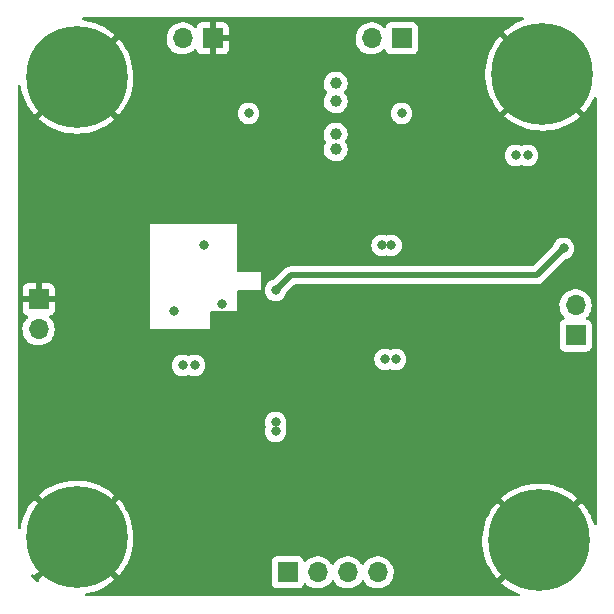
<source format=gbr>
%TF.GenerationSoftware,KiCad,Pcbnew,(6.0.1)*%
%TF.CreationDate,2022-05-08T06:10:33+05:45*%
%TF.ProjectId,STM32F4_Breakout,53544d33-3246-4345-9f42-7265616b6f75,rev?*%
%TF.SameCoordinates,Original*%
%TF.FileFunction,Copper,L4,Bot*%
%TF.FilePolarity,Positive*%
%FSLAX46Y46*%
G04 Gerber Fmt 4.6, Leading zero omitted, Abs format (unit mm)*
G04 Created by KiCad (PCBNEW (6.0.1)) date 2022-05-08 06:10:33*
%MOMM*%
%LPD*%
G01*
G04 APERTURE LIST*
%TA.AperFunction,ComponentPad*%
%ADD10C,0.900000*%
%TD*%
%TA.AperFunction,ComponentPad*%
%ADD11C,8.600000*%
%TD*%
%TA.AperFunction,ComponentPad*%
%ADD12R,1.700000X1.700000*%
%TD*%
%TA.AperFunction,ComponentPad*%
%ADD13O,1.700000X1.700000*%
%TD*%
%TA.AperFunction,ViaPad*%
%ADD14C,1.000000*%
%TD*%
%TA.AperFunction,ViaPad*%
%ADD15C,0.800000*%
%TD*%
%TA.AperFunction,Conductor*%
%ADD16C,0.500000*%
%TD*%
G04 APERTURE END LIST*
D10*
%TO.P,H3,1,1*%
%TO.N,GND*%
X76733000Y-25296000D03*
X77677581Y-23015581D03*
X79958000Y-28521000D03*
X79958000Y-22071000D03*
X82238419Y-23015581D03*
X83183000Y-25296000D03*
X82238419Y-27576419D03*
X77677581Y-27576419D03*
D11*
X79928000Y-25246000D03*
%TD*%
%TO.P,H1,1,1*%
%TO.N,GND*%
X40500000Y-64500000D03*
D10*
X38053581Y-62385581D03*
X38053581Y-66946419D03*
X40334000Y-67891000D03*
X42614419Y-62385581D03*
X43559000Y-64666000D03*
X42614419Y-66946419D03*
X37109000Y-64666000D03*
X40334000Y-61441000D03*
%TD*%
D12*
%TO.P,J2,1,Pin_1*%
%TO.N,GND*%
X37286000Y-44341000D03*
D13*
%TO.P,J2,2,Pin_2*%
%TO.N,+3V3*%
X37286000Y-46881000D03*
%TD*%
D10*
%TO.P,H4,1,1*%
%TO.N,GND*%
X77423581Y-66946419D03*
X81984419Y-62385581D03*
X81984419Y-66946419D03*
D11*
X79674000Y-64754000D03*
D10*
X79704000Y-61441000D03*
X77423581Y-62385581D03*
X79704000Y-67891000D03*
X82929000Y-64666000D03*
X76479000Y-64666000D03*
%TD*%
%TO.P,H2,1,1*%
%TO.N,GND*%
X40334000Y-22325000D03*
X43559000Y-25550000D03*
D11*
X40500000Y-25500000D03*
D10*
X38053581Y-23269581D03*
X40334000Y-28775000D03*
X38053581Y-27830419D03*
X37109000Y-25550000D03*
X42614419Y-27830419D03*
X42614419Y-23269581D03*
%TD*%
D12*
%TO.P,J3,1,Pin_1*%
%TO.N,SPI1_CS*%
X58378000Y-67460000D03*
D13*
%TO.P,J3,2,Pin_2*%
%TO.N,SPI1_SCK*%
X60918000Y-67460000D03*
%TO.P,J3,3,Pin_3*%
%TO.N,SPI1_MISO*%
X63458000Y-67460000D03*
%TO.P,J3,4,Pin_4*%
%TO.N,SPI1_MOSI*%
X65998000Y-67460000D03*
%TD*%
D12*
%TO.P,J5,1,Pin_1*%
%TO.N,USART1_TX*%
X82752000Y-47399000D03*
D13*
%TO.P,J5,2,Pin_2*%
%TO.N,USART1_RX*%
X82752000Y-44859000D03*
%TD*%
D12*
%TO.P,J6,1,Pin_1*%
%TO.N,GND*%
X52023000Y-22248000D03*
D13*
%TO.P,J6,2,Pin_2*%
%TO.N,VCC*%
X49483000Y-22248000D03*
%TD*%
D12*
%TO.P,J1,1,Pin_1*%
%TO.N,I2C1_SCL*%
X68025000Y-22248000D03*
D13*
%TO.P,J1,2,Pin_2*%
%TO.N,I2C1_SDA*%
X65485000Y-22248000D03*
%TD*%
D14*
%TO.N,GND*%
X74878000Y-34440000D03*
D15*
X52780000Y-44727000D03*
D14*
X60908000Y-23010000D03*
X74878000Y-31900000D03*
X59638000Y-23010000D03*
D15*
X51256000Y-39774000D03*
D14*
X74878000Y-35710000D03*
X58368000Y-23010000D03*
X54558000Y-23010000D03*
X55828000Y-23010000D03*
X74878000Y-33170000D03*
D15*
X69544000Y-51458000D03*
X71068000Y-40536000D03*
D14*
X57098000Y-23010000D03*
D15*
X48716000Y-45362000D03*
X56082000Y-51712000D03*
X63448000Y-54760000D03*
X62178000Y-54506000D03*
X67766000Y-51458000D03*
%TO.N,+3V3*%
X49478000Y-49934000D03*
X55066000Y-28598000D03*
X67131000Y-39774000D03*
D14*
X62432000Y-30376000D03*
D15*
X68020000Y-28598000D03*
X78688000Y-32154000D03*
X66369000Y-39774000D03*
X57352000Y-54760000D03*
X57352000Y-55522000D03*
X77672000Y-32154000D03*
D14*
X62432000Y-31646000D03*
D15*
X66623000Y-49426000D03*
X67512000Y-49426000D03*
X50494000Y-49934000D03*
D14*
X62432000Y-26058000D03*
X62432000Y-27582000D03*
D15*
%TO.N,NRST*%
X81736000Y-40028000D03*
X57352000Y-43584000D03*
%TD*%
D16*
%TO.N,NRST*%
X79450000Y-42314000D02*
X58622000Y-42314000D01*
X57352000Y-43584000D02*
X58622000Y-42314000D01*
X81736000Y-40028000D02*
X79450000Y-42314000D01*
%TD*%
%TA.AperFunction,Conductor*%
%TO.N,GND*%
G36*
X78346048Y-20490002D02*
G01*
X78392541Y-20543658D01*
X78402645Y-20613932D01*
X78373151Y-20678512D01*
X78320297Y-20714662D01*
X78112153Y-20788983D01*
X78106965Y-20791100D01*
X77723133Y-20968050D01*
X77718164Y-20970614D01*
X77351581Y-21180984D01*
X77346848Y-21183987D01*
X77000420Y-21426109D01*
X76995979Y-21429517D01*
X76724476Y-21657739D01*
X76716031Y-21670456D01*
X76722139Y-21680929D01*
X83490142Y-28448932D01*
X83503903Y-28456446D01*
X83513263Y-28449989D01*
X83682244Y-28257303D01*
X83685744Y-28252935D01*
X83935073Y-27911645D01*
X83938168Y-27906987D01*
X84156160Y-27544903D01*
X84158841Y-27539964D01*
X84290704Y-27269007D01*
X84338498Y-27216507D01*
X84407089Y-27198181D01*
X84474699Y-27219847D01*
X84519862Y-27274626D01*
X84530000Y-27324143D01*
X84530000Y-63345403D01*
X84509998Y-63413524D01*
X84456342Y-63460017D01*
X84386068Y-63470121D01*
X84321488Y-63440627D01*
X84284065Y-63384025D01*
X84185847Y-63079025D01*
X84183910Y-63073815D01*
X84019098Y-62684599D01*
X84016683Y-62679536D01*
X83817936Y-62306535D01*
X83815085Y-62301713D01*
X83583974Y-61947865D01*
X83580692Y-61943297D01*
X83319030Y-61611380D01*
X83315382Y-61607155D01*
X83262103Y-61550715D01*
X83248389Y-61542705D01*
X83247517Y-61542742D01*
X83239438Y-61547772D01*
X76470736Y-68316474D01*
X76463122Y-68330418D01*
X76463171Y-68331110D01*
X76468617Y-68339274D01*
X76546268Y-68411812D01*
X76550507Y-68415433D01*
X76883802Y-68675363D01*
X76888359Y-68678602D01*
X77243448Y-68907880D01*
X77248250Y-68910686D01*
X77622316Y-69107491D01*
X77627374Y-69109871D01*
X77962509Y-69249718D01*
X78017673Y-69294411D01*
X78039917Y-69361833D01*
X78022179Y-69430578D01*
X77970091Y-69478820D01*
X77913986Y-69492000D01*
X41330361Y-69492000D01*
X41262240Y-69471998D01*
X41215747Y-69418342D01*
X41205643Y-69348068D01*
X41235137Y-69283488D01*
X41294863Y-69245104D01*
X41312934Y-69241211D01*
X41374305Y-69232640D01*
X41379792Y-69231623D01*
X41791543Y-69136185D01*
X41796929Y-69134681D01*
X42198567Y-69003018D01*
X42203784Y-69001046D01*
X42592126Y-68834202D01*
X42597169Y-68831764D01*
X42969131Y-68631063D01*
X42973935Y-68628188D01*
X43326563Y-68395231D01*
X43331126Y-68391916D01*
X43373520Y-68358134D01*
X57019500Y-68358134D01*
X57026255Y-68420316D01*
X57077385Y-68556705D01*
X57164739Y-68673261D01*
X57281295Y-68760615D01*
X57417684Y-68811745D01*
X57479866Y-68818500D01*
X59276134Y-68818500D01*
X59338316Y-68811745D01*
X59474705Y-68760615D01*
X59591261Y-68673261D01*
X59678615Y-68556705D01*
X59683346Y-68544086D01*
X59722598Y-68439382D01*
X59765240Y-68382618D01*
X59831802Y-68357918D01*
X59901150Y-68373126D01*
X59935817Y-68401114D01*
X59964250Y-68433938D01*
X60136126Y-68576632D01*
X60329000Y-68689338D01*
X60537692Y-68769030D01*
X60542760Y-68770061D01*
X60542763Y-68770062D01*
X60650017Y-68791883D01*
X60756597Y-68813567D01*
X60761772Y-68813757D01*
X60761774Y-68813757D01*
X60974673Y-68821564D01*
X60974677Y-68821564D01*
X60979837Y-68821753D01*
X60984957Y-68821097D01*
X60984959Y-68821097D01*
X61196288Y-68794025D01*
X61196289Y-68794025D01*
X61201416Y-68793368D01*
X61206366Y-68791883D01*
X61410429Y-68730661D01*
X61410434Y-68730659D01*
X61415384Y-68729174D01*
X61615994Y-68630896D01*
X61797860Y-68501173D01*
X61956096Y-68343489D01*
X61965489Y-68330418D01*
X62086453Y-68162077D01*
X62087776Y-68163028D01*
X62134645Y-68119857D01*
X62204580Y-68107625D01*
X62270026Y-68135144D01*
X62297875Y-68166994D01*
X62357987Y-68265088D01*
X62504250Y-68433938D01*
X62676126Y-68576632D01*
X62869000Y-68689338D01*
X63077692Y-68769030D01*
X63082760Y-68770061D01*
X63082763Y-68770062D01*
X63190017Y-68791883D01*
X63296597Y-68813567D01*
X63301772Y-68813757D01*
X63301774Y-68813757D01*
X63514673Y-68821564D01*
X63514677Y-68821564D01*
X63519837Y-68821753D01*
X63524957Y-68821097D01*
X63524959Y-68821097D01*
X63736288Y-68794025D01*
X63736289Y-68794025D01*
X63741416Y-68793368D01*
X63746366Y-68791883D01*
X63950429Y-68730661D01*
X63950434Y-68730659D01*
X63955384Y-68729174D01*
X64155994Y-68630896D01*
X64337860Y-68501173D01*
X64496096Y-68343489D01*
X64505489Y-68330418D01*
X64626453Y-68162077D01*
X64627776Y-68163028D01*
X64674645Y-68119857D01*
X64744580Y-68107625D01*
X64810026Y-68135144D01*
X64837875Y-68166994D01*
X64897987Y-68265088D01*
X65044250Y-68433938D01*
X65216126Y-68576632D01*
X65409000Y-68689338D01*
X65617692Y-68769030D01*
X65622760Y-68770061D01*
X65622763Y-68770062D01*
X65730017Y-68791883D01*
X65836597Y-68813567D01*
X65841772Y-68813757D01*
X65841774Y-68813757D01*
X66054673Y-68821564D01*
X66054677Y-68821564D01*
X66059837Y-68821753D01*
X66064957Y-68821097D01*
X66064959Y-68821097D01*
X66276288Y-68794025D01*
X66276289Y-68794025D01*
X66281416Y-68793368D01*
X66286366Y-68791883D01*
X66490429Y-68730661D01*
X66490434Y-68730659D01*
X66495384Y-68729174D01*
X66695994Y-68630896D01*
X66877860Y-68501173D01*
X67036096Y-68343489D01*
X67045489Y-68330418D01*
X67163435Y-68166277D01*
X67166453Y-68162077D01*
X67176309Y-68142136D01*
X67263136Y-67966453D01*
X67263137Y-67966451D01*
X67265430Y-67961811D01*
X67301005Y-67844719D01*
X67328865Y-67753023D01*
X67328865Y-67753021D01*
X67330370Y-67748069D01*
X67359529Y-67526590D01*
X67360367Y-67492303D01*
X67361074Y-67463365D01*
X67361074Y-67463361D01*
X67361156Y-67460000D01*
X67342852Y-67237361D01*
X67288431Y-67020702D01*
X67199354Y-66815840D01*
X67133517Y-66714072D01*
X67080822Y-66632617D01*
X67080820Y-66632614D01*
X67078014Y-66628277D01*
X66927670Y-66463051D01*
X66923619Y-66459852D01*
X66923615Y-66459848D01*
X66756414Y-66327800D01*
X66756410Y-66327798D01*
X66752359Y-66324598D01*
X66556789Y-66216638D01*
X66551920Y-66214914D01*
X66551916Y-66214912D01*
X66351087Y-66143795D01*
X66351083Y-66143794D01*
X66346212Y-66142069D01*
X66341119Y-66141162D01*
X66341116Y-66141161D01*
X66131373Y-66103800D01*
X66131367Y-66103799D01*
X66126284Y-66102894D01*
X66052452Y-66101992D01*
X65908081Y-66100228D01*
X65908079Y-66100228D01*
X65902911Y-66100165D01*
X65682091Y-66133955D01*
X65469756Y-66203357D01*
X65271607Y-66306507D01*
X65267474Y-66309610D01*
X65267471Y-66309612D01*
X65128511Y-66413946D01*
X65092965Y-66440635D01*
X65089393Y-66444373D01*
X64952895Y-66587210D01*
X64938629Y-66602138D01*
X64831201Y-66759621D01*
X64776293Y-66804621D01*
X64705768Y-66812792D01*
X64642021Y-66781538D01*
X64621324Y-66757054D01*
X64540822Y-66632617D01*
X64540820Y-66632614D01*
X64538014Y-66628277D01*
X64387670Y-66463051D01*
X64383619Y-66459852D01*
X64383615Y-66459848D01*
X64216414Y-66327800D01*
X64216410Y-66327798D01*
X64212359Y-66324598D01*
X64016789Y-66216638D01*
X64011920Y-66214914D01*
X64011916Y-66214912D01*
X63811087Y-66143795D01*
X63811083Y-66143794D01*
X63806212Y-66142069D01*
X63801119Y-66141162D01*
X63801116Y-66141161D01*
X63591373Y-66103800D01*
X63591367Y-66103799D01*
X63586284Y-66102894D01*
X63512452Y-66101992D01*
X63368081Y-66100228D01*
X63368079Y-66100228D01*
X63362911Y-66100165D01*
X63142091Y-66133955D01*
X62929756Y-66203357D01*
X62731607Y-66306507D01*
X62727474Y-66309610D01*
X62727471Y-66309612D01*
X62588511Y-66413946D01*
X62552965Y-66440635D01*
X62549393Y-66444373D01*
X62412895Y-66587210D01*
X62398629Y-66602138D01*
X62291201Y-66759621D01*
X62236293Y-66804621D01*
X62165768Y-66812792D01*
X62102021Y-66781538D01*
X62081324Y-66757054D01*
X62000822Y-66632617D01*
X62000820Y-66632614D01*
X61998014Y-66628277D01*
X61847670Y-66463051D01*
X61843619Y-66459852D01*
X61843615Y-66459848D01*
X61676414Y-66327800D01*
X61676410Y-66327798D01*
X61672359Y-66324598D01*
X61476789Y-66216638D01*
X61471920Y-66214914D01*
X61471916Y-66214912D01*
X61271087Y-66143795D01*
X61271083Y-66143794D01*
X61266212Y-66142069D01*
X61261119Y-66141162D01*
X61261116Y-66141161D01*
X61051373Y-66103800D01*
X61051367Y-66103799D01*
X61046284Y-66102894D01*
X60972452Y-66101992D01*
X60828081Y-66100228D01*
X60828079Y-66100228D01*
X60822911Y-66100165D01*
X60602091Y-66133955D01*
X60389756Y-66203357D01*
X60191607Y-66306507D01*
X60187474Y-66309610D01*
X60187471Y-66309612D01*
X60048511Y-66413946D01*
X60012965Y-66440635D01*
X59956537Y-66499684D01*
X59932283Y-66525064D01*
X59870759Y-66560494D01*
X59799846Y-66557037D01*
X59742060Y-66515791D01*
X59723207Y-66482243D01*
X59681767Y-66371703D01*
X59678615Y-66363295D01*
X59591261Y-66246739D01*
X59474705Y-66159385D01*
X59338316Y-66108255D01*
X59276134Y-66101500D01*
X57479866Y-66101500D01*
X57417684Y-66108255D01*
X57281295Y-66159385D01*
X57164739Y-66246739D01*
X57077385Y-66363295D01*
X57026255Y-66499684D01*
X57019500Y-66561866D01*
X57019500Y-68358134D01*
X43373520Y-68358134D01*
X43661658Y-68128529D01*
X43665873Y-68124852D01*
X43703823Y-68088649D01*
X43711763Y-68074890D01*
X43711713Y-68073843D01*
X43706822Y-68066032D01*
X43319319Y-67678529D01*
X43305375Y-67670915D01*
X43303540Y-67671046D01*
X43296930Y-67675294D01*
X43229601Y-67742622D01*
X43167288Y-67776647D01*
X43096473Y-67771581D01*
X43051410Y-67742621D01*
X42255209Y-66946419D01*
X41818216Y-66509427D01*
X41784191Y-66447115D01*
X41789256Y-66376299D01*
X41818216Y-66331237D01*
X41882313Y-66267139D01*
X41889924Y-66253201D01*
X41889792Y-66251365D01*
X41885543Y-66244753D01*
X40512812Y-64872022D01*
X40498868Y-64864408D01*
X40497035Y-64864539D01*
X40490420Y-64868790D01*
X38938879Y-66420331D01*
X38053581Y-67305628D01*
X37527494Y-67831716D01*
X37296736Y-68062474D01*
X37289122Y-68076418D01*
X37289171Y-68077110D01*
X37295576Y-68086713D01*
X37316734Y-68154483D01*
X37297894Y-68222934D01*
X37245037Y-68270334D01*
X37174945Y-68281632D01*
X37107336Y-68251061D01*
X37075494Y-68222934D01*
X36988042Y-68145685D01*
X36980320Y-68138256D01*
X36977350Y-68135144D01*
X36703827Y-67848596D01*
X36696761Y-67840532D01*
X36674992Y-67813448D01*
X36647906Y-67747822D01*
X36660600Y-67677969D01*
X36709045Y-67626069D01*
X36777858Y-67608598D01*
X36845193Y-67631104D01*
X36867058Y-67650447D01*
X36913222Y-67701988D01*
X36926717Y-67710351D01*
X36936128Y-67704662D01*
X37168283Y-67472507D01*
X38053581Y-66587210D01*
X38078924Y-66561867D01*
X38579668Y-66061122D01*
X40127978Y-64512812D01*
X40134356Y-64501132D01*
X40864408Y-64501132D01*
X40864539Y-64502965D01*
X40868790Y-64509580D01*
X44062142Y-67702932D01*
X44075903Y-67710446D01*
X44085263Y-67703989D01*
X44254244Y-67511303D01*
X44257744Y-67506935D01*
X44507073Y-67165645D01*
X44510168Y-67160987D01*
X44728160Y-66798903D01*
X44730841Y-66793964D01*
X44915779Y-66413946D01*
X44918014Y-66408780D01*
X45068442Y-66013815D01*
X45070201Y-66008496D01*
X45184920Y-65601730D01*
X45186204Y-65596259D01*
X45264315Y-65180883D01*
X45265102Y-65175346D01*
X45306035Y-64754102D01*
X45306308Y-64749665D01*
X45309420Y-64630825D01*
X74862855Y-64630825D01*
X74870600Y-65053410D01*
X74870950Y-65058976D01*
X74916231Y-65479208D01*
X74917078Y-65484746D01*
X74999535Y-65899286D01*
X75000864Y-65904698D01*
X75119852Y-66310289D01*
X75121658Y-66315564D01*
X75276219Y-66708948D01*
X75278501Y-66714072D01*
X75467416Y-67092150D01*
X75470140Y-67097043D01*
X75691917Y-67456833D01*
X75695068Y-67461469D01*
X75947955Y-67800127D01*
X75951488Y-67804444D01*
X76087222Y-67955988D01*
X76100717Y-67964351D01*
X76110128Y-67958662D01*
X76554471Y-67514319D01*
X76566493Y-67492303D01*
X76577834Y-67440172D01*
X76599326Y-67411463D01*
X77423581Y-66587209D01*
X77888481Y-66122308D01*
X77950793Y-66088283D01*
X77968586Y-66085725D01*
X77981635Y-66084792D01*
X77988249Y-66080541D01*
X79301978Y-64766812D01*
X79309592Y-64752868D01*
X79309461Y-64751035D01*
X79305210Y-64744420D01*
X76109561Y-61548771D01*
X76096253Y-61541504D01*
X76086214Y-61548626D01*
X75842223Y-61841994D01*
X75838828Y-61846467D01*
X75598528Y-62194152D01*
X75595549Y-62198902D01*
X75387106Y-62566575D01*
X75384562Y-62571568D01*
X75209629Y-62956312D01*
X75207538Y-62961511D01*
X75067498Y-63360290D01*
X75065877Y-63365659D01*
X74961840Y-63775303D01*
X74960706Y-63780776D01*
X74893496Y-64198054D01*
X74892851Y-64203632D01*
X74863002Y-64625204D01*
X74862855Y-64630825D01*
X45309420Y-64630825D01*
X45312788Y-64502233D01*
X45312746Y-64497762D01*
X45293917Y-64074973D01*
X45293419Y-64069386D01*
X45237155Y-63650499D01*
X45236162Y-63644976D01*
X45142883Y-63232748D01*
X45141410Y-63227361D01*
X45011847Y-62825025D01*
X45009910Y-62819815D01*
X44845098Y-62430599D01*
X44842683Y-62425536D01*
X44643936Y-62052535D01*
X44641085Y-62047713D01*
X44409974Y-61693865D01*
X44406692Y-61689297D01*
X44145030Y-61357380D01*
X44141382Y-61353155D01*
X44088103Y-61296715D01*
X44074389Y-61288705D01*
X44073517Y-61288742D01*
X44065438Y-61293772D01*
X43499717Y-61859493D01*
X42614419Y-62744790D01*
X42088332Y-63270878D01*
X40872022Y-64487188D01*
X40864408Y-64501132D01*
X40134356Y-64501132D01*
X40135592Y-64498868D01*
X40135461Y-64497035D01*
X40131210Y-64490420D01*
X38758481Y-63117691D01*
X38744537Y-63110077D01*
X38742702Y-63110208D01*
X38736092Y-63114456D01*
X38668763Y-63181784D01*
X38606450Y-63215809D01*
X38535635Y-63210743D01*
X38490572Y-63181783D01*
X37694371Y-62385581D01*
X37257378Y-61948589D01*
X37223353Y-61886277D01*
X37228418Y-61815461D01*
X37257378Y-61770399D01*
X37321475Y-61706301D01*
X37329086Y-61692363D01*
X37328954Y-61690527D01*
X37324705Y-61683915D01*
X36935561Y-61294771D01*
X36922253Y-61287504D01*
X36912214Y-61294626D01*
X36668223Y-61587994D01*
X36664828Y-61592467D01*
X36424528Y-61940152D01*
X36421549Y-61944902D01*
X36213106Y-62312575D01*
X36210562Y-62317568D01*
X36035629Y-62702312D01*
X36033538Y-62707511D01*
X35893498Y-63106290D01*
X35891877Y-63111659D01*
X35787840Y-63521303D01*
X35786706Y-63526776D01*
X35758397Y-63702537D01*
X35727817Y-63766611D01*
X35667451Y-63803980D01*
X35596464Y-63802780D01*
X35537395Y-63763393D01*
X35508997Y-63698323D01*
X35508000Y-63682501D01*
X35508000Y-60924456D01*
X37288031Y-60924456D01*
X37294139Y-60934929D01*
X40487188Y-64127978D01*
X40501132Y-64135592D01*
X40502965Y-64135461D01*
X40509580Y-64131210D01*
X41729121Y-62911669D01*
X42614419Y-62026372D01*
X42695284Y-61945507D01*
X43140506Y-61500284D01*
X43462334Y-61178456D01*
X76462031Y-61178456D01*
X76468139Y-61188929D01*
X76825681Y-61546471D01*
X76839625Y-61554085D01*
X76870744Y-61551860D01*
X76890952Y-61545927D01*
X76959072Y-61565932D01*
X76980043Y-61582832D01*
X77423581Y-62026371D01*
X78228621Y-62831410D01*
X78262646Y-62893722D01*
X78257581Y-62964538D01*
X78254967Y-62970262D01*
X78255208Y-62973634D01*
X78259460Y-62980250D01*
X79661188Y-64381978D01*
X79675132Y-64389592D01*
X79676965Y-64389461D01*
X79683580Y-64385210D01*
X81115309Y-62953481D01*
X81127331Y-62931465D01*
X81138672Y-62879334D01*
X81160164Y-62850625D01*
X81984419Y-62026371D01*
X82449319Y-61561470D01*
X82511631Y-61527445D01*
X82529424Y-61524887D01*
X82542473Y-61523954D01*
X82549087Y-61519703D01*
X82876754Y-61192036D01*
X82884316Y-61178187D01*
X82877987Y-61168962D01*
X82704928Y-61015582D01*
X82700561Y-61012046D01*
X82360600Y-60760948D01*
X82355947Y-60757821D01*
X81994995Y-60537926D01*
X81990094Y-60535232D01*
X81611027Y-60348297D01*
X81605904Y-60346048D01*
X81211707Y-60193545D01*
X81206417Y-60191765D01*
X80800218Y-60074904D01*
X80794794Y-60073602D01*
X80379822Y-59993316D01*
X80374293Y-59992500D01*
X79953828Y-59949420D01*
X79948247Y-59949098D01*
X79525635Y-59943566D01*
X79520024Y-59943742D01*
X79098593Y-59975800D01*
X79093036Y-59976472D01*
X78676128Y-60045864D01*
X78670631Y-60047032D01*
X78261547Y-60153209D01*
X78256181Y-60154861D01*
X77858153Y-60296983D01*
X77852965Y-60299100D01*
X77469133Y-60476050D01*
X77464164Y-60478614D01*
X77097581Y-60688984D01*
X77092848Y-60691987D01*
X76746420Y-60934109D01*
X76741979Y-60937517D01*
X76470476Y-61165739D01*
X76462031Y-61178456D01*
X43462334Y-61178456D01*
X43702754Y-60938036D01*
X43710316Y-60924187D01*
X43703987Y-60914962D01*
X43530928Y-60761582D01*
X43526561Y-60758046D01*
X43186600Y-60506948D01*
X43181947Y-60503821D01*
X42820995Y-60283926D01*
X42816094Y-60281232D01*
X42437027Y-60094297D01*
X42431904Y-60092048D01*
X42037707Y-59939545D01*
X42032417Y-59937765D01*
X41626218Y-59820904D01*
X41620794Y-59819602D01*
X41205822Y-59739316D01*
X41200293Y-59738500D01*
X40779828Y-59695420D01*
X40774247Y-59695098D01*
X40351635Y-59689566D01*
X40346024Y-59689742D01*
X39924593Y-59721800D01*
X39919036Y-59722472D01*
X39502128Y-59791864D01*
X39496631Y-59793032D01*
X39087547Y-59899209D01*
X39082181Y-59900861D01*
X38684153Y-60042983D01*
X38678965Y-60045100D01*
X38295133Y-60222050D01*
X38290164Y-60224614D01*
X37923581Y-60434984D01*
X37918848Y-60437987D01*
X37572420Y-60680109D01*
X37567979Y-60683517D01*
X37296476Y-60911739D01*
X37288031Y-60924456D01*
X35508000Y-60924456D01*
X35508000Y-55522000D01*
X56438496Y-55522000D01*
X56458458Y-55711928D01*
X56517473Y-55893556D01*
X56612960Y-56058944D01*
X56740747Y-56200866D01*
X56895248Y-56313118D01*
X56901276Y-56315802D01*
X56901278Y-56315803D01*
X57063681Y-56388109D01*
X57069712Y-56390794D01*
X57163112Y-56410647D01*
X57250056Y-56429128D01*
X57250061Y-56429128D01*
X57256513Y-56430500D01*
X57447487Y-56430500D01*
X57453939Y-56429128D01*
X57453944Y-56429128D01*
X57540888Y-56410647D01*
X57634288Y-56390794D01*
X57640319Y-56388109D01*
X57802722Y-56315803D01*
X57802724Y-56315802D01*
X57808752Y-56313118D01*
X57963253Y-56200866D01*
X58091040Y-56058944D01*
X58186527Y-55893556D01*
X58245542Y-55711928D01*
X58265504Y-55522000D01*
X58245542Y-55332072D01*
X58196110Y-55179936D01*
X58194082Y-55108969D01*
X58196110Y-55102064D01*
X58243502Y-54956206D01*
X58245542Y-54949928D01*
X58265504Y-54760000D01*
X58245542Y-54570072D01*
X58186527Y-54388444D01*
X58091040Y-54223056D01*
X57963253Y-54081134D01*
X57808752Y-53968882D01*
X57802724Y-53966198D01*
X57802722Y-53966197D01*
X57640319Y-53893891D01*
X57640318Y-53893891D01*
X57634288Y-53891206D01*
X57540887Y-53871353D01*
X57453944Y-53852872D01*
X57453939Y-53852872D01*
X57447487Y-53851500D01*
X57256513Y-53851500D01*
X57250061Y-53852872D01*
X57250056Y-53852872D01*
X57163112Y-53871353D01*
X57069712Y-53891206D01*
X57063682Y-53893891D01*
X57063681Y-53893891D01*
X56901278Y-53966197D01*
X56901276Y-53966198D01*
X56895248Y-53968882D01*
X56740747Y-54081134D01*
X56612960Y-54223056D01*
X56517473Y-54388444D01*
X56458458Y-54570072D01*
X56438496Y-54760000D01*
X56458458Y-54949928D01*
X56460498Y-54956206D01*
X56507890Y-55102064D01*
X56509918Y-55173031D01*
X56507890Y-55179936D01*
X56458458Y-55332072D01*
X56438496Y-55522000D01*
X35508000Y-55522000D01*
X35508000Y-49934000D01*
X48564496Y-49934000D01*
X48565186Y-49940565D01*
X48582863Y-50108749D01*
X48584458Y-50123928D01*
X48643473Y-50305556D01*
X48738960Y-50470944D01*
X48866747Y-50612866D01*
X49021248Y-50725118D01*
X49027276Y-50727802D01*
X49027278Y-50727803D01*
X49189681Y-50800109D01*
X49195712Y-50802794D01*
X49289112Y-50822647D01*
X49376056Y-50841128D01*
X49376061Y-50841128D01*
X49382513Y-50842500D01*
X49573487Y-50842500D01*
X49579939Y-50841128D01*
X49579944Y-50841128D01*
X49666888Y-50822647D01*
X49760288Y-50802794D01*
X49934752Y-50725118D01*
X50005118Y-50715684D01*
X50037247Y-50725118D01*
X50037248Y-50725118D01*
X50211712Y-50802794D01*
X50305112Y-50822647D01*
X50392056Y-50841128D01*
X50392061Y-50841128D01*
X50398513Y-50842500D01*
X50589487Y-50842500D01*
X50595939Y-50841128D01*
X50595944Y-50841128D01*
X50682888Y-50822647D01*
X50776288Y-50802794D01*
X50782319Y-50800109D01*
X50944722Y-50727803D01*
X50944724Y-50727802D01*
X50950752Y-50725118D01*
X51105253Y-50612866D01*
X51233040Y-50470944D01*
X51328527Y-50305556D01*
X51387542Y-50123928D01*
X51389138Y-50108749D01*
X51406814Y-49940565D01*
X51407504Y-49934000D01*
X51387542Y-49744072D01*
X51328527Y-49562444D01*
X51249751Y-49426000D01*
X65709496Y-49426000D01*
X65729458Y-49615928D01*
X65788473Y-49797556D01*
X65883960Y-49962944D01*
X66011747Y-50104866D01*
X66166248Y-50217118D01*
X66172276Y-50219802D01*
X66172278Y-50219803D01*
X66229748Y-50245390D01*
X66340712Y-50294794D01*
X66434113Y-50314647D01*
X66521056Y-50333128D01*
X66521061Y-50333128D01*
X66527513Y-50334500D01*
X66718487Y-50334500D01*
X66724939Y-50333128D01*
X66724944Y-50333128D01*
X66811887Y-50314647D01*
X66905288Y-50294794D01*
X67016252Y-50245390D01*
X67086618Y-50235956D01*
X67118746Y-50245389D01*
X67229712Y-50294794D01*
X67323113Y-50314647D01*
X67410056Y-50333128D01*
X67410061Y-50333128D01*
X67416513Y-50334500D01*
X67607487Y-50334500D01*
X67613939Y-50333128D01*
X67613944Y-50333128D01*
X67700887Y-50314647D01*
X67794288Y-50294794D01*
X67905252Y-50245390D01*
X67962722Y-50219803D01*
X67962724Y-50219802D01*
X67968752Y-50217118D01*
X68123253Y-50104866D01*
X68251040Y-49962944D01*
X68346527Y-49797556D01*
X68405542Y-49615928D01*
X68425504Y-49426000D01*
X68408062Y-49260045D01*
X68406232Y-49242635D01*
X68406232Y-49242633D01*
X68405542Y-49236072D01*
X68346527Y-49054444D01*
X68251040Y-48889056D01*
X68123253Y-48747134D01*
X67968752Y-48634882D01*
X67962724Y-48632198D01*
X67962722Y-48632197D01*
X67800319Y-48559891D01*
X67800318Y-48559891D01*
X67794288Y-48557206D01*
X67700888Y-48537353D01*
X67613944Y-48518872D01*
X67613939Y-48518872D01*
X67607487Y-48517500D01*
X67416513Y-48517500D01*
X67410061Y-48518872D01*
X67410056Y-48518872D01*
X67323112Y-48537353D01*
X67229712Y-48557206D01*
X67118748Y-48606610D01*
X67048382Y-48616044D01*
X67016254Y-48606611D01*
X66905288Y-48557206D01*
X66811888Y-48537353D01*
X66724944Y-48518872D01*
X66724939Y-48518872D01*
X66718487Y-48517500D01*
X66527513Y-48517500D01*
X66521061Y-48518872D01*
X66521056Y-48518872D01*
X66434112Y-48537353D01*
X66340712Y-48557206D01*
X66334682Y-48559891D01*
X66334681Y-48559891D01*
X66172278Y-48632197D01*
X66172276Y-48632198D01*
X66166248Y-48634882D01*
X66011747Y-48747134D01*
X65883960Y-48889056D01*
X65788473Y-49054444D01*
X65729458Y-49236072D01*
X65728768Y-49242633D01*
X65728768Y-49242635D01*
X65726938Y-49260045D01*
X65709496Y-49426000D01*
X51249751Y-49426000D01*
X51233040Y-49397056D01*
X51105253Y-49255134D01*
X50950752Y-49142882D01*
X50944724Y-49140198D01*
X50944722Y-49140197D01*
X50782319Y-49067891D01*
X50782318Y-49067891D01*
X50776288Y-49065206D01*
X50682887Y-49045353D01*
X50595944Y-49026872D01*
X50595939Y-49026872D01*
X50589487Y-49025500D01*
X50398513Y-49025500D01*
X50392061Y-49026872D01*
X50392056Y-49026872D01*
X50305112Y-49045353D01*
X50211712Y-49065206D01*
X50037248Y-49142882D01*
X49966882Y-49152316D01*
X49934753Y-49142882D01*
X49934752Y-49142882D01*
X49760288Y-49065206D01*
X49666887Y-49045353D01*
X49579944Y-49026872D01*
X49579939Y-49026872D01*
X49573487Y-49025500D01*
X49382513Y-49025500D01*
X49376061Y-49026872D01*
X49376056Y-49026872D01*
X49289112Y-49045353D01*
X49195712Y-49065206D01*
X49189682Y-49067891D01*
X49189681Y-49067891D01*
X49027278Y-49140197D01*
X49027276Y-49140198D01*
X49021248Y-49142882D01*
X48866747Y-49255134D01*
X48738960Y-49397056D01*
X48643473Y-49562444D01*
X48584458Y-49744072D01*
X48564496Y-49934000D01*
X35508000Y-49934000D01*
X35508000Y-46847695D01*
X35923251Y-46847695D01*
X35923548Y-46852848D01*
X35923548Y-46852851D01*
X35929011Y-46947590D01*
X35936110Y-47070715D01*
X35937247Y-47075761D01*
X35937248Y-47075767D01*
X35957119Y-47163939D01*
X35985222Y-47288639D01*
X36069266Y-47495616D01*
X36185987Y-47686088D01*
X36332250Y-47854938D01*
X36504126Y-47997632D01*
X36697000Y-48110338D01*
X36905692Y-48190030D01*
X36910760Y-48191061D01*
X36910763Y-48191062D01*
X37018017Y-48212883D01*
X37124597Y-48234567D01*
X37129772Y-48234757D01*
X37129774Y-48234757D01*
X37342673Y-48242564D01*
X37342677Y-48242564D01*
X37347837Y-48242753D01*
X37352957Y-48242097D01*
X37352959Y-48242097D01*
X37564288Y-48215025D01*
X37564289Y-48215025D01*
X37569416Y-48214368D01*
X37574366Y-48212883D01*
X37778429Y-48151661D01*
X37778434Y-48151659D01*
X37783384Y-48150174D01*
X37983994Y-48051896D01*
X38165860Y-47922173D01*
X38324096Y-47764489D01*
X38383594Y-47681689D01*
X38451435Y-47587277D01*
X38454453Y-47583077D01*
X38553430Y-47382811D01*
X38618370Y-47169069D01*
X38647529Y-46947590D01*
X38649034Y-46886000D01*
X46684000Y-46886000D01*
X51764000Y-46886000D01*
X51764000Y-45488000D01*
X51784002Y-45419879D01*
X51837658Y-45373386D01*
X51890000Y-45362000D01*
X54050000Y-45362000D01*
X54050000Y-44825695D01*
X81389251Y-44825695D01*
X81389548Y-44830848D01*
X81389548Y-44830851D01*
X81395011Y-44925590D01*
X81402110Y-45048715D01*
X81403247Y-45053761D01*
X81403248Y-45053767D01*
X81423119Y-45141939D01*
X81451222Y-45266639D01*
X81535266Y-45473616D01*
X81585110Y-45554955D01*
X81639876Y-45644324D01*
X81651987Y-45664088D01*
X81798250Y-45832938D01*
X81802230Y-45836242D01*
X81806981Y-45840187D01*
X81846616Y-45899090D01*
X81848113Y-45970071D01*
X81810997Y-46030593D01*
X81770724Y-46055112D01*
X81655295Y-46098385D01*
X81538739Y-46185739D01*
X81451385Y-46302295D01*
X81400255Y-46438684D01*
X81393500Y-46500866D01*
X81393500Y-48297134D01*
X81400255Y-48359316D01*
X81451385Y-48495705D01*
X81538739Y-48612261D01*
X81655295Y-48699615D01*
X81791684Y-48750745D01*
X81853866Y-48757500D01*
X83650134Y-48757500D01*
X83712316Y-48750745D01*
X83848705Y-48699615D01*
X83965261Y-48612261D01*
X84052615Y-48495705D01*
X84103745Y-48359316D01*
X84110500Y-48297134D01*
X84110500Y-46500866D01*
X84103745Y-46438684D01*
X84052615Y-46302295D01*
X83965261Y-46185739D01*
X83848705Y-46098385D01*
X83836132Y-46093672D01*
X83730203Y-46053960D01*
X83673439Y-46011318D01*
X83648739Y-45944756D01*
X83663947Y-45875408D01*
X83685493Y-45846727D01*
X83786435Y-45746137D01*
X83790096Y-45742489D01*
X83849594Y-45659689D01*
X83917435Y-45565277D01*
X83920453Y-45561077D01*
X83985703Y-45429054D01*
X84017136Y-45365453D01*
X84017137Y-45365451D01*
X84019430Y-45360811D01*
X84084370Y-45147069D01*
X84113529Y-44925590D01*
X84115156Y-44859000D01*
X84096852Y-44636361D01*
X84042431Y-44419702D01*
X83953354Y-44214840D01*
X83867756Y-44082525D01*
X83834822Y-44031617D01*
X83834820Y-44031614D01*
X83832014Y-44027277D01*
X83681670Y-43862051D01*
X83677619Y-43858852D01*
X83677615Y-43858848D01*
X83510414Y-43726800D01*
X83510410Y-43726798D01*
X83506359Y-43723598D01*
X83310789Y-43615638D01*
X83305920Y-43613914D01*
X83305916Y-43613912D01*
X83105087Y-43542795D01*
X83105083Y-43542794D01*
X83100212Y-43541069D01*
X83095119Y-43540162D01*
X83095116Y-43540161D01*
X82885373Y-43502800D01*
X82885367Y-43502799D01*
X82880284Y-43501894D01*
X82806452Y-43500992D01*
X82662081Y-43499228D01*
X82662079Y-43499228D01*
X82656911Y-43499165D01*
X82436091Y-43532955D01*
X82223756Y-43602357D01*
X82025607Y-43705507D01*
X82021474Y-43708610D01*
X82021471Y-43708612D01*
X81851100Y-43836530D01*
X81846965Y-43839635D01*
X81692629Y-44001138D01*
X81566743Y-44185680D01*
X81551003Y-44219590D01*
X81480611Y-44371237D01*
X81472688Y-44388305D01*
X81412989Y-44603570D01*
X81389251Y-44825695D01*
X54050000Y-44825695D01*
X54050000Y-43710000D01*
X54070002Y-43641879D01*
X54123658Y-43595386D01*
X54176000Y-43584000D01*
X56082000Y-43584000D01*
X56438496Y-43584000D01*
X56458458Y-43773928D01*
X56517473Y-43955556D01*
X56612960Y-44120944D01*
X56740747Y-44262866D01*
X56895248Y-44375118D01*
X56901276Y-44377802D01*
X56901278Y-44377803D01*
X57006656Y-44424720D01*
X57069712Y-44452794D01*
X57163112Y-44472647D01*
X57250056Y-44491128D01*
X57250061Y-44491128D01*
X57256513Y-44492500D01*
X57447487Y-44492500D01*
X57453939Y-44491128D01*
X57453944Y-44491128D01*
X57540888Y-44472647D01*
X57634288Y-44452794D01*
X57697344Y-44424720D01*
X57802722Y-44377803D01*
X57802724Y-44377802D01*
X57808752Y-44375118D01*
X57963253Y-44262866D01*
X58091040Y-44120944D01*
X58186527Y-43955556D01*
X58241387Y-43786714D01*
X58272125Y-43736556D01*
X58899276Y-43109405D01*
X58961588Y-43075379D01*
X58988371Y-43072500D01*
X79382930Y-43072500D01*
X79401880Y-43073933D01*
X79416115Y-43076099D01*
X79416119Y-43076099D01*
X79423349Y-43077199D01*
X79430641Y-43076606D01*
X79430644Y-43076606D01*
X79476018Y-43072915D01*
X79486233Y-43072500D01*
X79494293Y-43072500D01*
X79507583Y-43070951D01*
X79522507Y-43069211D01*
X79526882Y-43068778D01*
X79592339Y-43063454D01*
X79592342Y-43063453D01*
X79599637Y-43062860D01*
X79606601Y-43060604D01*
X79612560Y-43059413D01*
X79618415Y-43058029D01*
X79625681Y-43057182D01*
X79694327Y-43032265D01*
X79698455Y-43030848D01*
X79760936Y-43010607D01*
X79760938Y-43010606D01*
X79767899Y-43008351D01*
X79774154Y-43004555D01*
X79779628Y-43002049D01*
X79785058Y-42999330D01*
X79791937Y-42996833D01*
X79798058Y-42992820D01*
X79852976Y-42956814D01*
X79856680Y-42954477D01*
X79919107Y-42916595D01*
X79927484Y-42909197D01*
X79927508Y-42909224D01*
X79930500Y-42906571D01*
X79933733Y-42903868D01*
X79939852Y-42899856D01*
X79993128Y-42843617D01*
X79995506Y-42841175D01*
X81892331Y-40944350D01*
X81955228Y-40910199D01*
X82011824Y-40898169D01*
X82011833Y-40898166D01*
X82018288Y-40896794D01*
X82024319Y-40894109D01*
X82186722Y-40821803D01*
X82186724Y-40821802D01*
X82192752Y-40819118D01*
X82347253Y-40706866D01*
X82370428Y-40681128D01*
X82470621Y-40569852D01*
X82470622Y-40569851D01*
X82475040Y-40564944D01*
X82570527Y-40399556D01*
X82629542Y-40217928D01*
X82649504Y-40028000D01*
X82629542Y-39838072D01*
X82570527Y-39656444D01*
X82475040Y-39491056D01*
X82395254Y-39402444D01*
X82351675Y-39354045D01*
X82351674Y-39354044D01*
X82347253Y-39349134D01*
X82192752Y-39236882D01*
X82186724Y-39234198D01*
X82186722Y-39234197D01*
X82024319Y-39161891D01*
X82024318Y-39161891D01*
X82018288Y-39159206D01*
X81924887Y-39139353D01*
X81837944Y-39120872D01*
X81837939Y-39120872D01*
X81831487Y-39119500D01*
X81640513Y-39119500D01*
X81634061Y-39120872D01*
X81634056Y-39120872D01*
X81547113Y-39139353D01*
X81453712Y-39159206D01*
X81447682Y-39161891D01*
X81447681Y-39161891D01*
X81285278Y-39234197D01*
X81285276Y-39234198D01*
X81279248Y-39236882D01*
X81124747Y-39349134D01*
X81120326Y-39354044D01*
X81120325Y-39354045D01*
X81076747Y-39402444D01*
X80996960Y-39491056D01*
X80901473Y-39656444D01*
X80861144Y-39780565D01*
X80846613Y-39825285D01*
X80815875Y-39875444D01*
X79172724Y-41518595D01*
X79110412Y-41552621D01*
X79083629Y-41555500D01*
X58689069Y-41555500D01*
X58670121Y-41554067D01*
X58662780Y-41552950D01*
X58655883Y-41551901D01*
X58655881Y-41551901D01*
X58648651Y-41550801D01*
X58641359Y-41551394D01*
X58641356Y-41551394D01*
X58595982Y-41555085D01*
X58585767Y-41555500D01*
X58577707Y-41555500D01*
X58564417Y-41557049D01*
X58549493Y-41558789D01*
X58545118Y-41559222D01*
X58479661Y-41564546D01*
X58479658Y-41564547D01*
X58472363Y-41565140D01*
X58465399Y-41567396D01*
X58459440Y-41568587D01*
X58453585Y-41569971D01*
X58446319Y-41570818D01*
X58377673Y-41595735D01*
X58373545Y-41597152D01*
X58311064Y-41617393D01*
X58311062Y-41617394D01*
X58304101Y-41619649D01*
X58297846Y-41623445D01*
X58292372Y-41625951D01*
X58286942Y-41628670D01*
X58280063Y-41631167D01*
X58219016Y-41671191D01*
X58215327Y-41673518D01*
X58195135Y-41685771D01*
X58157693Y-41708491D01*
X58157688Y-41708495D01*
X58152892Y-41711405D01*
X58144516Y-41718803D01*
X58144493Y-41718777D01*
X58141503Y-41721426D01*
X58138264Y-41724134D01*
X58132148Y-41728144D01*
X58127121Y-41733451D01*
X58127117Y-41733454D01*
X58078872Y-41784383D01*
X58076494Y-41786825D01*
X57195669Y-42667650D01*
X57132772Y-42701801D01*
X57076176Y-42713831D01*
X57076167Y-42713834D01*
X57069712Y-42715206D01*
X57063682Y-42717891D01*
X57063681Y-42717891D01*
X56901278Y-42790197D01*
X56901276Y-42790198D01*
X56895248Y-42792882D01*
X56740747Y-42905134D01*
X56736326Y-42910044D01*
X56736325Y-42910045D01*
X56654325Y-43001116D01*
X56612960Y-43047056D01*
X56517473Y-43212444D01*
X56458458Y-43394072D01*
X56457768Y-43400633D01*
X56457768Y-43400635D01*
X56447030Y-43502800D01*
X56438496Y-43584000D01*
X56082000Y-43584000D01*
X56082000Y-42060000D01*
X54176000Y-42060000D01*
X54107879Y-42039998D01*
X54061386Y-41986342D01*
X54050000Y-41934000D01*
X54050000Y-39774000D01*
X65455496Y-39774000D01*
X65475458Y-39963928D01*
X65534473Y-40145556D01*
X65629960Y-40310944D01*
X65634378Y-40315851D01*
X65634379Y-40315852D01*
X65753325Y-40447955D01*
X65757747Y-40452866D01*
X65912248Y-40565118D01*
X65918276Y-40567802D01*
X65918278Y-40567803D01*
X66080677Y-40640107D01*
X66086712Y-40642794D01*
X66180113Y-40662647D01*
X66267056Y-40681128D01*
X66267061Y-40681128D01*
X66273513Y-40682500D01*
X66464487Y-40682500D01*
X66470939Y-40681128D01*
X66470944Y-40681128D01*
X66609660Y-40651642D01*
X66651288Y-40642794D01*
X66657321Y-40640108D01*
X66657324Y-40640107D01*
X66698752Y-40621662D01*
X66769119Y-40612228D01*
X66801248Y-40621662D01*
X66842676Y-40640107D01*
X66842679Y-40640108D01*
X66848712Y-40642794D01*
X66890340Y-40651642D01*
X67029056Y-40681128D01*
X67029061Y-40681128D01*
X67035513Y-40682500D01*
X67226487Y-40682500D01*
X67232939Y-40681128D01*
X67232944Y-40681128D01*
X67319887Y-40662647D01*
X67413288Y-40642794D01*
X67419323Y-40640107D01*
X67581722Y-40567803D01*
X67581724Y-40567802D01*
X67587752Y-40565118D01*
X67742253Y-40452866D01*
X67746675Y-40447955D01*
X67865621Y-40315852D01*
X67865622Y-40315851D01*
X67870040Y-40310944D01*
X67965527Y-40145556D01*
X68024542Y-39963928D01*
X68044504Y-39774000D01*
X68024542Y-39584072D01*
X67965527Y-39402444D01*
X67870040Y-39237056D01*
X67742253Y-39095134D01*
X67587752Y-38982882D01*
X67581724Y-38980198D01*
X67581722Y-38980197D01*
X67419319Y-38907891D01*
X67419318Y-38907891D01*
X67413288Y-38905206D01*
X67319887Y-38885353D01*
X67232944Y-38866872D01*
X67232939Y-38866872D01*
X67226487Y-38865500D01*
X67035513Y-38865500D01*
X67029061Y-38866872D01*
X67029056Y-38866872D01*
X66890340Y-38896358D01*
X66848712Y-38905206D01*
X66842679Y-38907892D01*
X66842676Y-38907893D01*
X66801248Y-38926338D01*
X66730881Y-38935772D01*
X66698752Y-38926338D01*
X66657324Y-38907893D01*
X66657321Y-38907892D01*
X66651288Y-38905206D01*
X66609660Y-38896358D01*
X66470944Y-38866872D01*
X66470939Y-38866872D01*
X66464487Y-38865500D01*
X66273513Y-38865500D01*
X66267061Y-38866872D01*
X66267056Y-38866872D01*
X66180113Y-38885353D01*
X66086712Y-38905206D01*
X66080682Y-38907891D01*
X66080681Y-38907891D01*
X65918278Y-38980197D01*
X65918276Y-38980198D01*
X65912248Y-38982882D01*
X65757747Y-39095134D01*
X65629960Y-39237056D01*
X65534473Y-39402444D01*
X65475458Y-39584072D01*
X65455496Y-39774000D01*
X54050000Y-39774000D01*
X54050000Y-37996000D01*
X46684000Y-37996000D01*
X46684000Y-46886000D01*
X38649034Y-46886000D01*
X38649156Y-46881000D01*
X38630852Y-46658361D01*
X38576431Y-46441702D01*
X38487354Y-46236840D01*
X38401268Y-46103771D01*
X38368822Y-46053617D01*
X38368820Y-46053614D01*
X38366014Y-46049277D01*
X38362540Y-46045459D01*
X38362533Y-46045450D01*
X38218435Y-45887088D01*
X38187383Y-45823242D01*
X38195779Y-45752744D01*
X38240956Y-45697976D01*
X38267400Y-45684307D01*
X38374052Y-45644325D01*
X38389649Y-45635786D01*
X38491724Y-45559285D01*
X38504285Y-45546724D01*
X38580786Y-45444649D01*
X38589324Y-45429054D01*
X38634478Y-45308606D01*
X38638105Y-45293351D01*
X38643631Y-45242486D01*
X38644000Y-45235672D01*
X38644000Y-44613115D01*
X38639525Y-44597876D01*
X38638135Y-44596671D01*
X38630452Y-44595000D01*
X35946116Y-44595000D01*
X35930877Y-44599475D01*
X35929672Y-44600865D01*
X35928001Y-44608548D01*
X35928001Y-45235669D01*
X35928371Y-45242490D01*
X35933895Y-45293352D01*
X35937521Y-45308604D01*
X35982676Y-45429054D01*
X35991214Y-45444649D01*
X36067715Y-45546724D01*
X36080276Y-45559285D01*
X36182351Y-45635786D01*
X36197946Y-45644324D01*
X36306827Y-45685142D01*
X36363591Y-45727784D01*
X36388291Y-45794345D01*
X36373083Y-45863694D01*
X36353691Y-45890175D01*
X36277341Y-45970071D01*
X36226629Y-46023138D01*
X36223715Y-46027410D01*
X36223714Y-46027411D01*
X36208798Y-46049277D01*
X36100743Y-46207680D01*
X36006688Y-46410305D01*
X35946989Y-46625570D01*
X35923251Y-46847695D01*
X35508000Y-46847695D01*
X35508000Y-44068885D01*
X35928000Y-44068885D01*
X35932475Y-44084124D01*
X35933865Y-44085329D01*
X35941548Y-44087000D01*
X37013885Y-44087000D01*
X37029124Y-44082525D01*
X37030329Y-44081135D01*
X37032000Y-44073452D01*
X37032000Y-44068885D01*
X37540000Y-44068885D01*
X37544475Y-44084124D01*
X37545865Y-44085329D01*
X37553548Y-44087000D01*
X38625884Y-44087000D01*
X38641123Y-44082525D01*
X38642328Y-44081135D01*
X38643999Y-44073452D01*
X38643999Y-43446331D01*
X38643629Y-43439510D01*
X38638105Y-43388648D01*
X38634479Y-43373396D01*
X38589324Y-43252946D01*
X38580786Y-43237351D01*
X38504285Y-43135276D01*
X38491724Y-43122715D01*
X38389649Y-43046214D01*
X38374054Y-43037676D01*
X38253606Y-42992522D01*
X38238351Y-42988895D01*
X38187486Y-42983369D01*
X38180672Y-42983000D01*
X37558115Y-42983000D01*
X37542876Y-42987475D01*
X37541671Y-42988865D01*
X37540000Y-42996548D01*
X37540000Y-44068885D01*
X37032000Y-44068885D01*
X37032000Y-43001116D01*
X37027525Y-42985877D01*
X37026135Y-42984672D01*
X37018452Y-42983001D01*
X36391331Y-42983001D01*
X36384510Y-42983371D01*
X36333648Y-42988895D01*
X36318396Y-42992521D01*
X36197946Y-43037676D01*
X36182351Y-43046214D01*
X36080276Y-43122715D01*
X36067715Y-43135276D01*
X35991214Y-43237351D01*
X35982676Y-43252946D01*
X35937522Y-43373394D01*
X35933895Y-43388649D01*
X35928369Y-43439514D01*
X35928000Y-43446328D01*
X35928000Y-44068885D01*
X35508000Y-44068885D01*
X35508000Y-31631851D01*
X61418719Y-31631851D01*
X61419235Y-31637995D01*
X61430884Y-31776721D01*
X61435268Y-31828934D01*
X61489783Y-32019050D01*
X61580187Y-32194956D01*
X61703035Y-32349953D01*
X61853650Y-32478136D01*
X62026294Y-32574624D01*
X62214392Y-32635740D01*
X62410777Y-32659158D01*
X62416912Y-32658686D01*
X62416914Y-32658686D01*
X62601830Y-32644457D01*
X62601834Y-32644456D01*
X62607972Y-32643984D01*
X62798463Y-32590798D01*
X62803967Y-32588018D01*
X62803969Y-32588017D01*
X62969495Y-32504404D01*
X62969497Y-32504403D01*
X62974996Y-32501625D01*
X63130847Y-32379861D01*
X63260078Y-32230145D01*
X63303335Y-32154000D01*
X76758496Y-32154000D01*
X76778458Y-32343928D01*
X76837473Y-32525556D01*
X76932960Y-32690944D01*
X77060747Y-32832866D01*
X77215248Y-32945118D01*
X77221276Y-32947802D01*
X77221278Y-32947803D01*
X77383681Y-33020109D01*
X77389712Y-33022794D01*
X77483112Y-33042647D01*
X77570056Y-33061128D01*
X77570061Y-33061128D01*
X77576513Y-33062500D01*
X77767487Y-33062500D01*
X77773939Y-33061128D01*
X77773944Y-33061128D01*
X77860888Y-33042647D01*
X77954288Y-33022794D01*
X78128752Y-32945118D01*
X78199118Y-32935684D01*
X78231247Y-32945118D01*
X78231248Y-32945118D01*
X78405712Y-33022794D01*
X78499112Y-33042647D01*
X78586056Y-33061128D01*
X78586061Y-33061128D01*
X78592513Y-33062500D01*
X78783487Y-33062500D01*
X78789939Y-33061128D01*
X78789944Y-33061128D01*
X78876888Y-33042647D01*
X78970288Y-33022794D01*
X78976319Y-33020109D01*
X79138722Y-32947803D01*
X79138724Y-32947802D01*
X79144752Y-32945118D01*
X79299253Y-32832866D01*
X79427040Y-32690944D01*
X79522527Y-32525556D01*
X79581542Y-32343928D01*
X79601504Y-32154000D01*
X79587897Y-32024535D01*
X79582232Y-31970635D01*
X79582232Y-31970633D01*
X79581542Y-31964072D01*
X79522527Y-31782444D01*
X79427040Y-31617056D01*
X79299253Y-31475134D01*
X79144752Y-31362882D01*
X79138724Y-31360198D01*
X79138722Y-31360197D01*
X78976319Y-31287891D01*
X78976318Y-31287891D01*
X78970288Y-31285206D01*
X78850909Y-31259831D01*
X78789944Y-31246872D01*
X78789939Y-31246872D01*
X78783487Y-31245500D01*
X78592513Y-31245500D01*
X78586061Y-31246872D01*
X78586056Y-31246872D01*
X78525091Y-31259831D01*
X78405712Y-31285206D01*
X78231248Y-31362882D01*
X78160882Y-31372316D01*
X78128753Y-31362882D01*
X78128752Y-31362882D01*
X77954288Y-31285206D01*
X77834909Y-31259831D01*
X77773944Y-31246872D01*
X77773939Y-31246872D01*
X77767487Y-31245500D01*
X77576513Y-31245500D01*
X77570061Y-31246872D01*
X77570056Y-31246872D01*
X77509091Y-31259831D01*
X77389712Y-31285206D01*
X77383682Y-31287891D01*
X77383681Y-31287891D01*
X77221278Y-31360197D01*
X77221276Y-31360198D01*
X77215248Y-31362882D01*
X77060747Y-31475134D01*
X76932960Y-31617056D01*
X76837473Y-31782444D01*
X76778458Y-31964072D01*
X76777768Y-31970633D01*
X76777768Y-31970635D01*
X76772103Y-32024535D01*
X76758496Y-32154000D01*
X63303335Y-32154000D01*
X63357769Y-32058179D01*
X63420197Y-31870513D01*
X63444985Y-31674295D01*
X63445380Y-31646000D01*
X63426080Y-31449167D01*
X63368916Y-31259831D01*
X63276066Y-31085204D01*
X63272167Y-31080424D01*
X63271715Y-31079743D01*
X63250676Y-31011935D01*
X63267105Y-30947775D01*
X63354723Y-30793542D01*
X63354725Y-30793537D01*
X63357769Y-30788179D01*
X63420197Y-30600513D01*
X63444985Y-30404295D01*
X63445380Y-30376000D01*
X63426080Y-30179167D01*
X63417110Y-30149455D01*
X63370697Y-29995731D01*
X63368916Y-29989831D01*
X63276066Y-29815204D01*
X63205709Y-29728938D01*
X63154960Y-29666713D01*
X63154957Y-29666710D01*
X63151065Y-29661938D01*
X63144724Y-29656692D01*
X63003425Y-29539799D01*
X63003421Y-29539797D01*
X62998675Y-29535870D01*
X62824701Y-29441802D01*
X62635768Y-29383318D01*
X62629643Y-29382674D01*
X62629642Y-29382674D01*
X62445204Y-29363289D01*
X62445202Y-29363289D01*
X62439075Y-29362645D01*
X62356576Y-29370153D01*
X62248251Y-29380011D01*
X62248248Y-29380012D01*
X62242112Y-29380570D01*
X62236206Y-29382308D01*
X62236202Y-29382309D01*
X62192297Y-29395231D01*
X62052381Y-29436410D01*
X62046923Y-29439263D01*
X62046919Y-29439265D01*
X61956147Y-29486720D01*
X61877110Y-29528040D01*
X61722975Y-29651968D01*
X61595846Y-29803474D01*
X61592879Y-29808872D01*
X61592875Y-29808877D01*
X61546075Y-29894008D01*
X61500567Y-29976787D01*
X61498706Y-29982654D01*
X61498705Y-29982656D01*
X61480004Y-30041610D01*
X61440765Y-30165306D01*
X61418719Y-30361851D01*
X61435268Y-30558934D01*
X61489783Y-30749050D01*
X61580187Y-30924956D01*
X61584016Y-30929787D01*
X61585839Y-30932088D01*
X61586414Y-30933509D01*
X61587353Y-30934966D01*
X61587076Y-30935144D01*
X61612474Y-30997898D01*
X61599301Y-31067662D01*
X61595846Y-31073474D01*
X61500567Y-31246787D01*
X61498706Y-31252654D01*
X61498705Y-31252656D01*
X61488815Y-31283834D01*
X61440765Y-31435306D01*
X61418719Y-31631851D01*
X35508000Y-31631851D01*
X35508000Y-29076418D01*
X37289122Y-29076418D01*
X37289171Y-29077110D01*
X37294617Y-29085274D01*
X37372268Y-29157812D01*
X37376507Y-29161433D01*
X37709802Y-29421363D01*
X37714359Y-29424602D01*
X38069448Y-29653880D01*
X38074250Y-29656686D01*
X38448316Y-29853491D01*
X38453374Y-29855871D01*
X38843435Y-30018638D01*
X38848690Y-30020561D01*
X39251676Y-30148008D01*
X39257075Y-30149455D01*
X39669796Y-30240575D01*
X39675307Y-30241537D01*
X40094501Y-30295610D01*
X40100064Y-30296077D01*
X40522405Y-30312670D01*
X40527997Y-30312641D01*
X40950125Y-30291626D01*
X40955708Y-30291098D01*
X41374305Y-30232640D01*
X41379792Y-30231623D01*
X41791543Y-30136185D01*
X41796929Y-30134681D01*
X42198567Y-30003018D01*
X42203784Y-30001046D01*
X42592126Y-29834202D01*
X42597169Y-29831764D01*
X42969131Y-29631063D01*
X42973935Y-29628188D01*
X43326563Y-29395231D01*
X43331126Y-29391916D01*
X43661658Y-29128529D01*
X43665873Y-29124852D01*
X43703823Y-29088649D01*
X43711763Y-29074890D01*
X43711713Y-29073843D01*
X43706822Y-29066032D01*
X43261319Y-28620529D01*
X43247375Y-28612915D01*
X43245540Y-28613046D01*
X43238929Y-28617295D01*
X43229599Y-28626624D01*
X43167286Y-28660647D01*
X43096470Y-28655581D01*
X43051410Y-28626621D01*
X42255209Y-27830419D01*
X41818216Y-27393427D01*
X41784191Y-27331115D01*
X41789256Y-27260299D01*
X41818214Y-27215239D01*
X41824313Y-27209140D01*
X41831923Y-27195203D01*
X41831792Y-27193366D01*
X41827540Y-27186750D01*
X40512812Y-25872022D01*
X40498868Y-25864408D01*
X40497035Y-25864539D01*
X40490420Y-25868790D01*
X37296736Y-29062474D01*
X37289122Y-29076418D01*
X35508000Y-29076418D01*
X35508000Y-26328228D01*
X35528002Y-26260107D01*
X35581658Y-26213614D01*
X35651932Y-26203510D01*
X35716512Y-26233004D01*
X35754896Y-26292730D01*
X35757579Y-26303647D01*
X35825535Y-26645286D01*
X35826864Y-26650698D01*
X35945852Y-27056289D01*
X35947658Y-27061564D01*
X36102219Y-27454948D01*
X36104501Y-27460072D01*
X36293416Y-27838150D01*
X36296140Y-27843043D01*
X36517917Y-28202833D01*
X36521068Y-28207469D01*
X36773955Y-28546127D01*
X36777488Y-28550444D01*
X36913222Y-28701988D01*
X36926717Y-28710351D01*
X36936128Y-28704662D01*
X37213471Y-28427319D01*
X37221085Y-28413375D01*
X37218723Y-28380350D01*
X37213709Y-28363274D01*
X37233709Y-28295153D01*
X37250614Y-28274175D01*
X38053581Y-27471209D01*
X38499704Y-27025085D01*
X38562016Y-26991060D01*
X38632832Y-26996125D01*
X38637044Y-26998049D01*
X38640635Y-26997792D01*
X38647249Y-26993541D01*
X40139658Y-25501132D01*
X40864408Y-25501132D01*
X40864539Y-25502965D01*
X40868790Y-25509580D01*
X44062142Y-28702932D01*
X44075903Y-28710446D01*
X44085263Y-28703989D01*
X44178213Y-28598000D01*
X54152496Y-28598000D01*
X54172458Y-28787928D01*
X54231473Y-28969556D01*
X54326960Y-29134944D01*
X54331378Y-29139851D01*
X54331379Y-29139852D01*
X54450325Y-29271955D01*
X54454747Y-29276866D01*
X54553843Y-29348864D01*
X54603773Y-29385140D01*
X54609248Y-29389118D01*
X54615276Y-29391802D01*
X54615278Y-29391803D01*
X54777681Y-29464109D01*
X54783712Y-29466794D01*
X54877112Y-29486647D01*
X54964056Y-29505128D01*
X54964061Y-29505128D01*
X54970513Y-29506500D01*
X55161487Y-29506500D01*
X55167939Y-29505128D01*
X55167944Y-29505128D01*
X55254888Y-29486647D01*
X55348288Y-29466794D01*
X55354319Y-29464109D01*
X55516722Y-29391803D01*
X55516724Y-29391802D01*
X55522752Y-29389118D01*
X55528228Y-29385140D01*
X55578157Y-29348864D01*
X55677253Y-29276866D01*
X55681675Y-29271955D01*
X55800621Y-29139852D01*
X55800622Y-29139851D01*
X55805040Y-29134944D01*
X55900527Y-28969556D01*
X55959542Y-28787928D01*
X55979504Y-28598000D01*
X67106496Y-28598000D01*
X67126458Y-28787928D01*
X67185473Y-28969556D01*
X67280960Y-29134944D01*
X67285378Y-29139851D01*
X67285379Y-29139852D01*
X67404325Y-29271955D01*
X67408747Y-29276866D01*
X67507843Y-29348864D01*
X67557773Y-29385140D01*
X67563248Y-29389118D01*
X67569276Y-29391802D01*
X67569278Y-29391803D01*
X67731681Y-29464109D01*
X67737712Y-29466794D01*
X67831112Y-29486647D01*
X67918056Y-29505128D01*
X67918061Y-29505128D01*
X67924513Y-29506500D01*
X68115487Y-29506500D01*
X68121939Y-29505128D01*
X68121944Y-29505128D01*
X68208888Y-29486647D01*
X68302288Y-29466794D01*
X68308319Y-29464109D01*
X68470722Y-29391803D01*
X68470724Y-29391802D01*
X68476752Y-29389118D01*
X68482228Y-29385140D01*
X68532157Y-29348864D01*
X68631253Y-29276866D01*
X68635675Y-29271955D01*
X68754621Y-29139852D01*
X68754622Y-29139851D01*
X68759040Y-29134944D01*
X68854527Y-28969556D01*
X68902335Y-28822418D01*
X76717122Y-28822418D01*
X76717171Y-28823110D01*
X76722617Y-28831274D01*
X76800268Y-28903812D01*
X76804507Y-28907433D01*
X77137800Y-29167362D01*
X77142359Y-29170602D01*
X77497448Y-29399880D01*
X77502250Y-29402686D01*
X77876316Y-29599491D01*
X77881374Y-29601871D01*
X78271435Y-29764638D01*
X78276690Y-29766561D01*
X78679676Y-29894008D01*
X78685075Y-29895455D01*
X79097796Y-29986575D01*
X79103307Y-29987537D01*
X79522501Y-30041610D01*
X79528064Y-30042077D01*
X79950405Y-30058670D01*
X79955997Y-30058641D01*
X80378125Y-30037626D01*
X80383708Y-30037098D01*
X80802305Y-29978640D01*
X80807792Y-29977623D01*
X81219543Y-29882185D01*
X81224929Y-29880681D01*
X81626567Y-29749018D01*
X81631784Y-29747046D01*
X82020126Y-29580202D01*
X82025169Y-29577764D01*
X82397131Y-29377063D01*
X82401935Y-29374188D01*
X82754563Y-29141231D01*
X82759126Y-29137916D01*
X83089658Y-28874529D01*
X83093873Y-28870852D01*
X83131823Y-28834649D01*
X83139763Y-28820890D01*
X83139713Y-28819843D01*
X83134822Y-28812032D01*
X82787318Y-28464528D01*
X82759158Y-28449151D01*
X82730448Y-28427659D01*
X81879209Y-27576419D01*
X81392379Y-27089590D01*
X81377735Y-27062772D01*
X81375178Y-27064416D01*
X81353543Y-27030753D01*
X79940812Y-25618022D01*
X79926868Y-25610408D01*
X79925035Y-25610539D01*
X79918420Y-25614790D01*
X78535691Y-26997519D01*
X78528077Y-27011463D01*
X78528889Y-27022821D01*
X78513798Y-27092195D01*
X78492305Y-27120906D01*
X77677581Y-27935629D01*
X77225376Y-28387835D01*
X77163064Y-28421860D01*
X77145271Y-28424418D01*
X77108527Y-28427046D01*
X77101913Y-28431297D01*
X76724736Y-28808474D01*
X76717122Y-28822418D01*
X68902335Y-28822418D01*
X68913542Y-28787928D01*
X68933504Y-28598000D01*
X68926195Y-28528457D01*
X68914232Y-28414635D01*
X68914232Y-28414633D01*
X68913542Y-28408072D01*
X68854527Y-28226444D01*
X68759040Y-28061056D01*
X68631253Y-27919134D01*
X68476752Y-27806882D01*
X68470724Y-27804198D01*
X68470722Y-27804197D01*
X68308319Y-27731891D01*
X68308318Y-27731891D01*
X68302288Y-27729206D01*
X68208888Y-27709353D01*
X68121944Y-27690872D01*
X68121939Y-27690872D01*
X68115487Y-27689500D01*
X67924513Y-27689500D01*
X67918061Y-27690872D01*
X67918056Y-27690872D01*
X67831112Y-27709353D01*
X67737712Y-27729206D01*
X67731682Y-27731891D01*
X67731681Y-27731891D01*
X67569278Y-27804197D01*
X67569276Y-27804198D01*
X67563248Y-27806882D01*
X67408747Y-27919134D01*
X67280960Y-28061056D01*
X67185473Y-28226444D01*
X67126458Y-28408072D01*
X67125768Y-28414633D01*
X67125768Y-28414635D01*
X67113805Y-28528457D01*
X67106496Y-28598000D01*
X55979504Y-28598000D01*
X55972195Y-28528457D01*
X55960232Y-28414635D01*
X55960232Y-28414633D01*
X55959542Y-28408072D01*
X55900527Y-28226444D01*
X55805040Y-28061056D01*
X55677253Y-27919134D01*
X55522752Y-27806882D01*
X55516724Y-27804198D01*
X55516722Y-27804197D01*
X55354319Y-27731891D01*
X55354318Y-27731891D01*
X55348288Y-27729206D01*
X55254888Y-27709353D01*
X55167944Y-27690872D01*
X55167939Y-27690872D01*
X55161487Y-27689500D01*
X54970513Y-27689500D01*
X54964061Y-27690872D01*
X54964056Y-27690872D01*
X54877112Y-27709353D01*
X54783712Y-27729206D01*
X54777682Y-27731891D01*
X54777681Y-27731891D01*
X54615278Y-27804197D01*
X54615276Y-27804198D01*
X54609248Y-27806882D01*
X54454747Y-27919134D01*
X54326960Y-28061056D01*
X54231473Y-28226444D01*
X54172458Y-28408072D01*
X54171768Y-28414633D01*
X54171768Y-28414635D01*
X54159805Y-28528457D01*
X54152496Y-28598000D01*
X44178213Y-28598000D01*
X44254244Y-28511303D01*
X44257744Y-28506935D01*
X44507073Y-28165645D01*
X44510168Y-28160987D01*
X44728160Y-27798903D01*
X44730841Y-27793964D01*
X44840880Y-27567851D01*
X61418719Y-27567851D01*
X61419613Y-27578495D01*
X61432153Y-27727834D01*
X61435268Y-27764934D01*
X61448409Y-27810763D01*
X61478371Y-27915251D01*
X61489783Y-27955050D01*
X61580187Y-28130956D01*
X61703035Y-28285953D01*
X61853650Y-28414136D01*
X62026294Y-28510624D01*
X62214392Y-28571740D01*
X62410777Y-28595158D01*
X62416912Y-28594686D01*
X62416914Y-28594686D01*
X62601830Y-28580457D01*
X62601834Y-28580456D01*
X62607972Y-28579984D01*
X62798463Y-28526798D01*
X62803967Y-28524018D01*
X62803969Y-28524017D01*
X62969495Y-28440404D01*
X62969497Y-28440403D01*
X62974996Y-28437625D01*
X63130847Y-28315861D01*
X63260078Y-28166145D01*
X63357769Y-27994179D01*
X63420197Y-27806513D01*
X63444985Y-27610295D01*
X63445380Y-27582000D01*
X63426080Y-27385167D01*
X63368916Y-27195831D01*
X63276066Y-27021204D01*
X63176162Y-26898710D01*
X63148608Y-26833278D01*
X63160803Y-26763337D01*
X63178423Y-26736743D01*
X63260078Y-26642145D01*
X63357769Y-26470179D01*
X63420197Y-26282513D01*
X63444985Y-26086295D01*
X63445380Y-26058000D01*
X63426080Y-25861167D01*
X63368916Y-25671831D01*
X63276066Y-25497204D01*
X63205709Y-25410938D01*
X63154960Y-25348713D01*
X63154957Y-25348710D01*
X63151065Y-25343938D01*
X63144724Y-25338692D01*
X63003425Y-25221799D01*
X63003421Y-25221797D01*
X62998675Y-25217870D01*
X62824701Y-25123802D01*
X62821545Y-25122825D01*
X75116855Y-25122825D01*
X75124600Y-25545410D01*
X75124950Y-25550976D01*
X75170231Y-25971208D01*
X75171078Y-25976746D01*
X75253535Y-26391286D01*
X75254864Y-26396698D01*
X75373852Y-26802289D01*
X75375658Y-26807564D01*
X75530219Y-27200948D01*
X75532501Y-27206072D01*
X75721416Y-27584150D01*
X75724135Y-27589035D01*
X75945917Y-27948833D01*
X75949068Y-27953469D01*
X76201955Y-28292127D01*
X76205488Y-28296444D01*
X76341222Y-28447988D01*
X76354717Y-28456351D01*
X76364128Y-28450662D01*
X79555978Y-25258812D01*
X79563592Y-25244868D01*
X79563461Y-25243035D01*
X79559210Y-25236420D01*
X78226480Y-23903690D01*
X78198320Y-23888313D01*
X78169610Y-23866821D01*
X77318371Y-23015581D01*
X76831541Y-22528752D01*
X76816897Y-22501934D01*
X76814340Y-22503578D01*
X76792705Y-22469915D01*
X76363561Y-22040771D01*
X76350253Y-22033504D01*
X76340214Y-22040626D01*
X76096223Y-22333994D01*
X76092828Y-22338467D01*
X75852528Y-22686152D01*
X75849549Y-22690902D01*
X75641106Y-23058575D01*
X75638562Y-23063568D01*
X75463629Y-23448312D01*
X75461538Y-23453511D01*
X75321498Y-23852290D01*
X75319877Y-23857659D01*
X75215840Y-24267303D01*
X75214706Y-24272776D01*
X75147496Y-24690054D01*
X75146851Y-24695632D01*
X75117002Y-25117204D01*
X75116855Y-25122825D01*
X62821545Y-25122825D01*
X62635768Y-25065318D01*
X62629643Y-25064674D01*
X62629642Y-25064674D01*
X62445204Y-25045289D01*
X62445202Y-25045289D01*
X62439075Y-25044645D01*
X62356576Y-25052153D01*
X62248251Y-25062011D01*
X62248248Y-25062012D01*
X62242112Y-25062570D01*
X62236206Y-25064308D01*
X62236202Y-25064309D01*
X62158459Y-25087190D01*
X62052381Y-25118410D01*
X62046923Y-25121263D01*
X62046919Y-25121265D01*
X61956147Y-25168720D01*
X61877110Y-25210040D01*
X61722975Y-25333968D01*
X61595846Y-25485474D01*
X61592879Y-25490872D01*
X61592875Y-25490877D01*
X61542092Y-25583252D01*
X61500567Y-25658787D01*
X61498706Y-25664654D01*
X61498705Y-25664656D01*
X61471739Y-25749665D01*
X61440765Y-25847306D01*
X61418719Y-26043851D01*
X61419235Y-26049995D01*
X61432126Y-26203510D01*
X61435268Y-26240934D01*
X61436967Y-26246858D01*
X61479933Y-26396698D01*
X61489783Y-26431050D01*
X61580187Y-26606956D01*
X61584013Y-26611783D01*
X61688026Y-26743016D01*
X61714663Y-26808826D01*
X61701492Y-26878590D01*
X61685807Y-26902263D01*
X61595846Y-27009474D01*
X61592879Y-27014872D01*
X61592875Y-27014877D01*
X61551802Y-27089590D01*
X61500567Y-27182787D01*
X61498706Y-27188654D01*
X61498705Y-27188656D01*
X61473216Y-27269007D01*
X61440765Y-27371306D01*
X61418719Y-27567851D01*
X44840880Y-27567851D01*
X44915779Y-27413946D01*
X44918014Y-27408780D01*
X45068442Y-27013815D01*
X45070201Y-27008496D01*
X45184920Y-26601730D01*
X45186204Y-26596259D01*
X45264315Y-26180883D01*
X45265102Y-26175346D01*
X45306035Y-25754102D01*
X45306308Y-25749665D01*
X45312788Y-25502233D01*
X45312746Y-25497762D01*
X45293917Y-25074973D01*
X45293419Y-25069386D01*
X45237155Y-24650499D01*
X45236162Y-24644976D01*
X45142883Y-24232748D01*
X45141410Y-24227361D01*
X45011847Y-23825025D01*
X45009910Y-23819815D01*
X44845098Y-23430599D01*
X44842683Y-23425536D01*
X44643936Y-23052535D01*
X44641085Y-23047713D01*
X44409974Y-22693865D01*
X44406692Y-22689297D01*
X44145030Y-22357380D01*
X44141382Y-22353155D01*
X44088103Y-22296715D01*
X44074389Y-22288705D01*
X44073517Y-22288742D01*
X44065438Y-22293772D01*
X40872022Y-25487188D01*
X40864408Y-25501132D01*
X40139658Y-25501132D01*
X41774309Y-23866481D01*
X41781923Y-23852537D01*
X41779561Y-23819512D01*
X41774547Y-23802436D01*
X41794547Y-23734315D01*
X41811452Y-23713337D01*
X42614419Y-22910371D01*
X43060542Y-22464247D01*
X43122854Y-22430222D01*
X43193670Y-22435287D01*
X43197882Y-22437211D01*
X43201473Y-22436954D01*
X43208087Y-22432703D01*
X43426095Y-22214695D01*
X48120251Y-22214695D01*
X48120548Y-22219848D01*
X48120548Y-22219851D01*
X48127694Y-22343789D01*
X48133110Y-22437715D01*
X48134247Y-22442761D01*
X48134248Y-22442767D01*
X48148606Y-22506475D01*
X48182222Y-22655639D01*
X48266266Y-22862616D01*
X48382987Y-23053088D01*
X48529250Y-23221938D01*
X48701126Y-23364632D01*
X48894000Y-23477338D01*
X49102692Y-23557030D01*
X49107760Y-23558061D01*
X49107763Y-23558062D01*
X49215017Y-23579883D01*
X49321597Y-23601567D01*
X49326772Y-23601757D01*
X49326774Y-23601757D01*
X49539673Y-23609564D01*
X49539677Y-23609564D01*
X49544837Y-23609753D01*
X49549957Y-23609097D01*
X49549959Y-23609097D01*
X49761288Y-23582025D01*
X49761289Y-23582025D01*
X49766416Y-23581368D01*
X49771366Y-23579883D01*
X49975429Y-23518661D01*
X49975434Y-23518659D01*
X49980384Y-23517174D01*
X50180994Y-23418896D01*
X50362860Y-23289173D01*
X50430331Y-23221938D01*
X50471479Y-23180933D01*
X50533851Y-23147017D01*
X50604658Y-23152205D01*
X50661419Y-23194851D01*
X50678401Y-23225954D01*
X50719676Y-23336054D01*
X50728214Y-23351649D01*
X50804715Y-23453724D01*
X50817276Y-23466285D01*
X50919351Y-23542786D01*
X50934946Y-23551324D01*
X51055394Y-23596478D01*
X51070649Y-23600105D01*
X51121514Y-23605631D01*
X51128328Y-23606000D01*
X51750885Y-23606000D01*
X51766124Y-23601525D01*
X51767329Y-23600135D01*
X51769000Y-23592452D01*
X51769000Y-23587884D01*
X52277000Y-23587884D01*
X52281475Y-23603123D01*
X52282865Y-23604328D01*
X52290548Y-23605999D01*
X52917669Y-23605999D01*
X52924490Y-23605629D01*
X52975352Y-23600105D01*
X52990604Y-23596479D01*
X53111054Y-23551324D01*
X53126649Y-23542786D01*
X53228724Y-23466285D01*
X53241285Y-23453724D01*
X53317786Y-23351649D01*
X53326324Y-23336054D01*
X53371478Y-23215606D01*
X53375105Y-23200351D01*
X53380631Y-23149486D01*
X53381000Y-23142672D01*
X53381000Y-22520115D01*
X53376525Y-22504876D01*
X53375135Y-22503671D01*
X53367452Y-22502000D01*
X52295115Y-22502000D01*
X52279876Y-22506475D01*
X52278671Y-22507865D01*
X52277000Y-22515548D01*
X52277000Y-23587884D01*
X51769000Y-23587884D01*
X51769000Y-22214695D01*
X64122251Y-22214695D01*
X64122548Y-22219848D01*
X64122548Y-22219851D01*
X64129694Y-22343789D01*
X64135110Y-22437715D01*
X64136247Y-22442761D01*
X64136248Y-22442767D01*
X64150606Y-22506475D01*
X64184222Y-22655639D01*
X64268266Y-22862616D01*
X64384987Y-23053088D01*
X64531250Y-23221938D01*
X64703126Y-23364632D01*
X64896000Y-23477338D01*
X65104692Y-23557030D01*
X65109760Y-23558061D01*
X65109763Y-23558062D01*
X65217017Y-23579883D01*
X65323597Y-23601567D01*
X65328772Y-23601757D01*
X65328774Y-23601757D01*
X65541673Y-23609564D01*
X65541677Y-23609564D01*
X65546837Y-23609753D01*
X65551957Y-23609097D01*
X65551959Y-23609097D01*
X65763288Y-23582025D01*
X65763289Y-23582025D01*
X65768416Y-23581368D01*
X65773366Y-23579883D01*
X65977429Y-23518661D01*
X65977434Y-23518659D01*
X65982384Y-23517174D01*
X66182994Y-23418896D01*
X66364860Y-23289173D01*
X66473091Y-23181319D01*
X66535462Y-23147404D01*
X66606268Y-23152592D01*
X66663030Y-23195238D01*
X66680012Y-23226341D01*
X66696222Y-23269581D01*
X66724385Y-23344705D01*
X66811739Y-23461261D01*
X66928295Y-23548615D01*
X67064684Y-23599745D01*
X67126866Y-23606500D01*
X68923134Y-23606500D01*
X68985316Y-23599745D01*
X69121705Y-23548615D01*
X69238261Y-23461261D01*
X69325615Y-23344705D01*
X69376745Y-23208316D01*
X69383500Y-23146134D01*
X69383500Y-21349866D01*
X69376745Y-21287684D01*
X69325615Y-21151295D01*
X69238261Y-21034739D01*
X69121705Y-20947385D01*
X68985316Y-20896255D01*
X68923134Y-20889500D01*
X67126866Y-20889500D01*
X67064684Y-20896255D01*
X66928295Y-20947385D01*
X66811739Y-21034739D01*
X66724385Y-21151295D01*
X66721233Y-21159703D01*
X66679919Y-21269907D01*
X66637277Y-21326671D01*
X66570716Y-21351371D01*
X66501367Y-21336163D01*
X66468743Y-21310476D01*
X66418151Y-21254875D01*
X66418142Y-21254866D01*
X66414670Y-21251051D01*
X66410619Y-21247852D01*
X66410615Y-21247848D01*
X66243414Y-21115800D01*
X66243410Y-21115798D01*
X66239359Y-21112598D01*
X66043789Y-21004638D01*
X66038920Y-21002914D01*
X66038916Y-21002912D01*
X65838087Y-20931795D01*
X65838083Y-20931794D01*
X65833212Y-20930069D01*
X65828119Y-20929162D01*
X65828116Y-20929161D01*
X65618373Y-20891800D01*
X65618367Y-20891799D01*
X65613284Y-20890894D01*
X65539452Y-20889992D01*
X65395081Y-20888228D01*
X65395079Y-20888228D01*
X65389911Y-20888165D01*
X65169091Y-20921955D01*
X64956756Y-20991357D01*
X64926443Y-21007137D01*
X64763331Y-21092048D01*
X64758607Y-21094507D01*
X64754474Y-21097610D01*
X64754471Y-21097612D01*
X64605714Y-21209302D01*
X64579965Y-21228635D01*
X64540525Y-21269907D01*
X64486280Y-21326671D01*
X64425629Y-21390138D01*
X64299743Y-21574680D01*
X64255285Y-21670456D01*
X64214628Y-21758046D01*
X64205688Y-21777305D01*
X64145989Y-21992570D01*
X64122251Y-22214695D01*
X51769000Y-22214695D01*
X51769000Y-21975885D01*
X52277000Y-21975885D01*
X52281475Y-21991124D01*
X52282865Y-21992329D01*
X52290548Y-21994000D01*
X53362884Y-21994000D01*
X53378123Y-21989525D01*
X53379328Y-21988135D01*
X53380999Y-21980452D01*
X53380999Y-21353331D01*
X53380629Y-21346510D01*
X53375105Y-21295648D01*
X53371479Y-21280396D01*
X53326324Y-21159946D01*
X53317786Y-21144351D01*
X53241285Y-21042276D01*
X53228724Y-21029715D01*
X53126649Y-20953214D01*
X53111054Y-20944676D01*
X52990606Y-20899522D01*
X52975351Y-20895895D01*
X52924486Y-20890369D01*
X52917672Y-20890000D01*
X52295115Y-20890000D01*
X52279876Y-20894475D01*
X52278671Y-20895865D01*
X52277000Y-20903548D01*
X52277000Y-21975885D01*
X51769000Y-21975885D01*
X51769000Y-20908116D01*
X51764525Y-20892877D01*
X51763135Y-20891672D01*
X51755452Y-20890001D01*
X51128331Y-20890001D01*
X51121510Y-20890371D01*
X51070648Y-20895895D01*
X51055396Y-20899521D01*
X50934946Y-20944676D01*
X50919351Y-20953214D01*
X50817276Y-21029715D01*
X50804715Y-21042276D01*
X50728214Y-21144351D01*
X50719676Y-21159946D01*
X50678297Y-21270322D01*
X50635655Y-21327087D01*
X50569093Y-21351786D01*
X50499744Y-21336578D01*
X50467121Y-21310891D01*
X50416151Y-21254876D01*
X50416148Y-21254873D01*
X50412670Y-21251051D01*
X50408619Y-21247852D01*
X50408615Y-21247848D01*
X50241414Y-21115800D01*
X50241410Y-21115798D01*
X50237359Y-21112598D01*
X50041789Y-21004638D01*
X50036920Y-21002914D01*
X50036916Y-21002912D01*
X49836087Y-20931795D01*
X49836083Y-20931794D01*
X49831212Y-20930069D01*
X49826119Y-20929162D01*
X49826116Y-20929161D01*
X49616373Y-20891800D01*
X49616367Y-20891799D01*
X49611284Y-20890894D01*
X49537452Y-20889992D01*
X49393081Y-20888228D01*
X49393079Y-20888228D01*
X49387911Y-20888165D01*
X49167091Y-20921955D01*
X48954756Y-20991357D01*
X48924443Y-21007137D01*
X48761331Y-21092048D01*
X48756607Y-21094507D01*
X48752474Y-21097610D01*
X48752471Y-21097612D01*
X48603714Y-21209302D01*
X48577965Y-21228635D01*
X48538525Y-21269907D01*
X48484280Y-21326671D01*
X48423629Y-21390138D01*
X48297743Y-21574680D01*
X48253285Y-21670456D01*
X48212628Y-21758046D01*
X48203688Y-21777305D01*
X48143989Y-21992570D01*
X48120251Y-22214695D01*
X43426095Y-22214695D01*
X43702754Y-21938036D01*
X43710316Y-21924187D01*
X43703987Y-21914962D01*
X43530928Y-21761582D01*
X43526561Y-21758046D01*
X43186600Y-21506948D01*
X43181947Y-21503821D01*
X42820995Y-21283926D01*
X42816094Y-21281232D01*
X42437027Y-21094297D01*
X42431904Y-21092048D01*
X42037707Y-20939545D01*
X42032417Y-20937765D01*
X41626218Y-20820904D01*
X41620794Y-20819602D01*
X41205822Y-20739316D01*
X41200293Y-20738500D01*
X41032849Y-20721344D01*
X40967121Y-20694503D01*
X40926339Y-20636388D01*
X40923451Y-20565450D01*
X40959372Y-20504212D01*
X41022700Y-20472115D01*
X41045691Y-20470000D01*
X78277927Y-20470000D01*
X78346048Y-20490002D01*
G37*
%TD.AperFunction*%
%TA.AperFunction,Conductor*%
G36*
X81502365Y-66121257D02*
G01*
X81547428Y-66150217D01*
X81984419Y-66587209D01*
X82780622Y-67383411D01*
X82814647Y-67445723D01*
X82809582Y-67516539D01*
X82780622Y-67561601D01*
X82690112Y-67652112D01*
X82690111Y-67652113D01*
X82599601Y-67742622D01*
X82537289Y-67776647D01*
X82466473Y-67771581D01*
X82421410Y-67742621D01*
X81625209Y-66946419D01*
X81188216Y-66509427D01*
X81154191Y-66447115D01*
X81159256Y-66376299D01*
X81188216Y-66331237D01*
X81278726Y-66240726D01*
X81278727Y-66240725D01*
X81369237Y-66150216D01*
X81431549Y-66116191D01*
X81502365Y-66121257D01*
G37*
%TD.AperFunction*%
%TA.AperFunction,Conductor*%
G36*
X37571527Y-22444419D02*
G01*
X37616590Y-22473379D01*
X38053581Y-22910371D01*
X38849784Y-23706573D01*
X38883809Y-23768885D01*
X38878744Y-23839701D01*
X38849784Y-23884763D01*
X38759274Y-23975274D01*
X38759273Y-23975275D01*
X38668763Y-24065784D01*
X38606451Y-24099809D01*
X38535635Y-24094743D01*
X38490572Y-24065783D01*
X37694371Y-23269581D01*
X37257378Y-22832589D01*
X37223353Y-22770277D01*
X37228418Y-22699461D01*
X37257378Y-22654399D01*
X37347888Y-22563888D01*
X37347889Y-22563887D01*
X37438399Y-22473378D01*
X37500711Y-22439353D01*
X37571527Y-22444419D01*
G37*
%TD.AperFunction*%
%TA.AperFunction,Conductor*%
G36*
X82808539Y-22190418D02*
G01*
X82853601Y-22219378D01*
X82944112Y-22309888D01*
X82944113Y-22309889D01*
X83034622Y-22400399D01*
X83068647Y-22462711D01*
X83063581Y-22533527D01*
X83034621Y-22578590D01*
X82238419Y-23374791D01*
X81801427Y-23811784D01*
X81739115Y-23845809D01*
X81668299Y-23840744D01*
X81623237Y-23811784D01*
X81532726Y-23721274D01*
X81532725Y-23721273D01*
X81442216Y-23630763D01*
X81408191Y-23568451D01*
X81413257Y-23497635D01*
X81442217Y-23452572D01*
X82238419Y-22656371D01*
X82675411Y-22219378D01*
X82737723Y-22185353D01*
X82808539Y-22190418D01*
G37*
%TD.AperFunction*%
%TD*%
M02*

</source>
